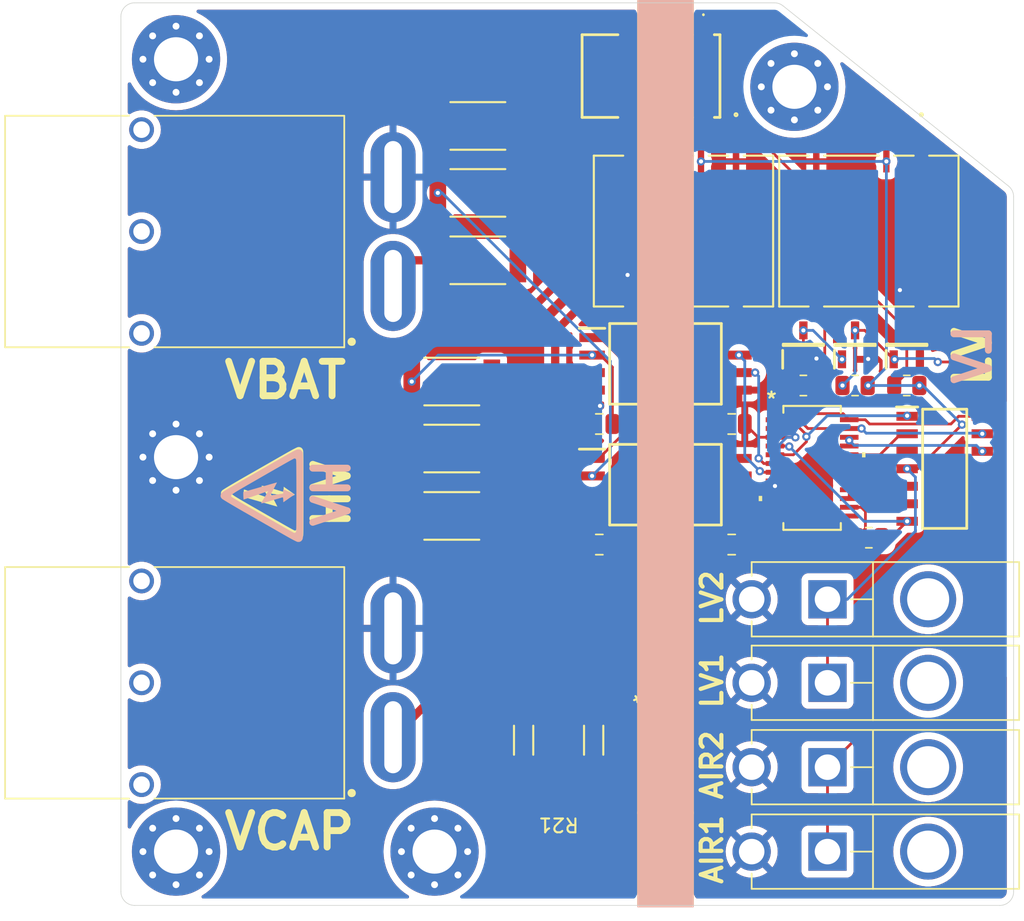
<source format=kicad_pcb>
(kicad_pcb (version 20240108) (generator "pcbnew") (generator_version "8.0")
  (layers (0 "F.Cu" signal) (31 "B.Cu" signal) (34 "B.Paste" user) (35 "F.Paste" user) (36 "B.SilkS" user "B.Silkscreen") (37 "F.SilkS" user "F.Silkscreen") (38 "B.Mask" user) (39 "F.Mask" user) (44 "Edge.Cuts" user))
  (net 0 "")
  (net 1 "VBAT")
  (net 2 "HVGND")
  (net 3 "+5V_HV")
  (net 4 "AIR-")
  (net 5 "+5V_LV")
  (net 6 "CHARGE_EN")
  (net 7 "+12V")
  (net 8 "VCAP")
  (net 9 "AIR+")
  (net 10 "Net-(Q1-G)")
  (net 11 "Net-(R1-Pad2)")
  (net 12 "Net-(R4-Pad2)")
  (net 13 "Net-(U3A--)")
  (net 14 "Net-(U3A-+)")
  (net 15 "Net-(Q1-D)")
  (net 16 "Net-(U3B--)")
  (net 17 "Net-(U3B-+)")
  (net 18 "Net-(R14-Pad2)")
  (net 19 "Net-(U3C--)")
  (net 20 "Net-(U3C-+)")
  (net 21 "Net-(K1-Pad6)")
  (net 22 "VCAP_0.5%")
  (net 23 "VBAT_0.5%")
  (net 24 "Net-(U1-OUT+)")
  (net 25 "Net-(U1-OUT-)")
  (net 26 "Net-(U2-OUT+)")
  (net 27 "Net-(U2-OUT-)")
  (net 28 "Net-(RN10K1-Pad2)")
  (footprint "MountingHole:MountingHole_3.2mm_M3_Pad_Via" (layer "F.Cu") (at 160.1 60.25)
    (property "Reference" "REF**" (hide yes))
    (property "Value" "MountingHole_3.2mm_M3_Pad_Via")
  )
  (footprint "customFootprints:IMB03IGR" (layer "F.Cu") (at 149.7 59.4692 180)
    (property "Reference" "K1" (hide yes))
    (property "Value" "IMB06IGR" (hide yes))
  )
  (footprint "MountingHole:MountingHole_3.2mm_M3_Pad_Via" (layer "F.Cu") (at 134 115.75)
    (property "Reference" "REF**" (hide yes))
    (property "Value" "MountingHole_3.2mm_M3_Pad_Via")
  )
  (footprint "Capacitor_SMD:C_0805_2012Metric" (layer "F.Cu") (at 155.55 93.4692 180)
    (property "Reference" "C3" (hide yes))
    (property "Value" "100nF")
  )
  (footprint "customFootprints:PWR263S-35-1002F_BRN" (layer "F.Cu") (at 143 113.8008 180)
    (property "Reference" "R21")
    (property "Value" "15K")
  )
  (footprint "customFootprints:SOT95P237X112-3N" (layer "F.Cu") (at 168.25 78.97545 90)
    (property "Reference" "Q3" (hide yes))
    (property "Value" "SQ2362" (hide yes))
  )
  (footprint "customFootprints:SMD5_12.75X10.7X6.7_SINGLE_RCP" (layer "F.Cu") (at 152.0546 70.7192 -90)
    (property "Reference" "PS1" (hide yes))
    (property "Value" "PESE1-S12-S5-M-TR")
  )
  (footprint "customFootprints:RC2512N_VIS" (layer "F.Cu") (at 137.14 63.088806 180)
    (property "Reference" "R5" (hide yes))
    (property "Value" "11K")
  )
  (footprint "customFootprints:SOT95P237X112-3N" (layer "F.Cu") (at 164.5 78.97545 90)
    (property "Reference" "Q2" (hide yes))
    (property "Value" "SQ2362" (hide yes))
  )
  (footprint "customFootprints:RC2512N_VIS" (layer "F.Cu") (at 135.25 81.639606 180)
    (property "Reference" "R2" (hide yes))
    (property "Value" "11K")
  )
  (footprint "customFootprints:SOIC127P1150X361-8N" (layer "F.Cu") (at 150.75 89.1232)
    (property "Reference" "U2" (hide yes))
    (property "Value" "ACPL-C87A-500E" (hide yes))
  )
  (footprint "customFootprints:SOT95P237X112-3N" (layer "F.Cu") (at 160.75 78.97545 90)
    (property "Reference" "Q1" (hide yes))
    (property "Value" "AM2328NE" (hide yes))
  )
  (footprint "customFootprints:SOIC127P600X175-14N" (layer "F.Cu") (at 171 87.9692)
    (property "Reference" "U3" (hide yes))
    (property "Value" "MC34074ADR2G" (hide yes))
  )
  (footprint "Resistor_SMD:R_0805_2012Metric" (layer "F.Cu") (at 165.5 92.9692)
    (property "Reference" "R14" (hide yes))
    (property "Value" "9K7")
  )
  (footprint "MountingHole:MountingHole_3.2mm_M3_Pad_Via" (layer "F.Cu") (at 115.25 115.75)
    (property "Reference" "REF**" (hide yes))
    (property "Value" "MountingHole_3.2mm_M3_Pad_Via")
  )
  (footprint "Resistor_SMD:R_0805_2012Metric" (layer "F.Cu") (at 160.75 81.92545)
    (property "Reference" "R19" (hide yes))
    (property "Value" "1K")
  )
  (footprint "Capacitor_SMD:C_0805_2012Metric" (layer "F.Cu") (at 145.95 84.7192 180)
    (property "Reference" "C5" (hide yes))
    (property "Value" "100nF")
  )
  (footprint "molexMiniFitJr:MFJ_2X1" (layer "F.Cu") (at 162.5 115.75 90)
    (property "Reference" "J1" (hide yes))
    (property "Value" "AIR_CONN")
  )
  (footprint "customFootprints:SMD5_12.75X10.7X6.7_SINGLE_RCP" (layer "F.Cu") (at 165.5 70.7192 -90)
    (property "Reference" "PS2" (hide yes))
    (property "Value" "PESE1-S12-S5-M-TR")
  )
  (footprint "MountingHole:MountingHole_3.2mm_M3_Pad_Via" (layer "F.Cu") (at 115.25 87.125)
    (property "Reference" "REF**" (hide yes))
    (property "Value" "MountingHole_3.2mm_M3_Pad_Via")
  )
  (footprint "customFootprints:RC2512N_VIS" (layer "F.Cu") (at 137.14 72.838806)
    (property "Reference" "R4" (hide yes))
    (property "Value" "187K")
  )
  (footprint "molexMiniFitJr:MFJ_2X1" (layer "F.Cu") (at 162.5 97.438 90)
    (property "Reference" "J4" (hide yes))
    (property "Value" "LV_CONN")
  )
  (footprint "customFootprints:RC2512N_VIS" (layer "F.Cu") (at 135.25 86.5)
    (property "Reference" "R3" (hide yes))
    (property "Value" "1K")
  )
  (footprint "MountingHole:MountingHole_3.2mm_M3_Pad_Via" (layer "F.Cu") (at 115.25 58.25)
    (property "Reference" "REF**" (hide yes))
    (property "Value" "MountingHole_3.2mm_M3_Pad_Via")
  )
  (footprint "Resistor_SMD:R_0805_2012Metric" (layer "F.Cu") (at 168.25 81.92545)
    (property "Reference" "R22" (hide yes))
    (property "Value" "1K")
  )
  (footprint "customFootprints:APP_ASMPR45-1X2-RK" (layer "F.Cu") (at 112.75 103.5 90)
    (property "Reference" "J6" (hide yes))
    (property "Value" "CAP_CONN")
  )
  (footprint "molexMiniFitJr:MFJ_2X1" (layer "F.Cu") (at 162.5 109.623 90)
    (property "Reference" "J2" (hide yes))
    (property "Value" "TSAL_CONN_AIR")
  )
  (footprint "Capacitor_SMD:C_0805_2012Metric" (layer "F.Cu") (at 155.55 84.7192 180)
    (property "Reference" "C4" (hide yes))
    (property "Value" "100nF")
  )
  (footprint "customFootprints:RC2512N_VIS" (layer "F.Cu") (at 135.25 91.389606)
    (property "Reference" "R1" (hide yes))
    (property "Value" "187K")
  )
  (footprint "customFootprints:electric-shock-symbol" (layer "F.Cu") (at 121.5 89.75 90)
    (property "Reference" "G***" (hide yes))
    (property "Value" "LOGO" (hide yes))
  )
  (footprint "Resistor_SMD:R_0805_2012Metric" (layer "F.Cu") (at 164.5 81.92545)
    (property "Reference" "R20" (hide yes))
    (property "Value" "1K")
  )
  (footprint "Capacitor_SMD:C_0805_2012Metric" (layer "F.Cu") (at 145.95 93.4692 180)
    (property "Reference" "C6" (hide yes))
    (property "Value" "100nF")
  )
  (footprint "customFootprints:APP_ASMPR45-1X2-RK" (layer "F.Cu") (at 112.75 70.75 90)
    (property "Reference" "J5" (hide yes))
    (property "Value" "HV_CONN")
  )
  (footprint "molexMiniFitJr:MFJ_2X1" (layer "F.Cu") (at 162.5 103.5 90)
    (property "Reference" "J3" (hide yes))
    (property "Value" "TSAL_CONN_LV")
  )
  (footprint "customFootprints:SOIC127P1150X361-8N" (layer "F.Cu") (at 150.75 80.3542)
    (property "Reference" "U1" (hide yes))
    (property "Value" "ACPL-C87A-500E" (hide yes))
  )
  (footprint "customFootprints:GULLWING24_VIS" (layer "F.Cu") (at 161.3826 87.9042)
    (property "Reference" "RN10K1" (hide yes))
    (property "Value" "10K")
  )
  (footprint "customFootprints:RC2512N_VIS" (layer "F.Cu") (at 137.14 67.9492)
    (property "Reference" "R6" (hide yes))
    (property "Value" "1K")
  )
  (footprint "customFootprints:electric-shock-symbol" (layer "B.Cu") (at 121.473216 89.920919 -90)
    (property "Reference" "G***" (hide yes))
    (property "Value" "LOGO" (hide yes))
  )
  (gr_poly (pts (xy 148.75 54) (xy 152.75 54) (xy 152.75 119.75) (xy 148.75 119.75)) (stroke (width 0.1)) (fill solid) (layer "B.SilkS"))
  (gr_poly (pts (xy 148.75 54) (xy 152.75 54) (xy 152.75 113) (xy 148.75 113)) (stroke (width 0.1)) (fill solid) (layer "F.SilkS"))
  (gr_poly (pts (xy 148.75 112.875) (xy 149.5 112.875) (xy 149.5 118.875) (xy 152 118.875) (xy 152 112.875) (xy 152.75 112.875) (xy 152.75 119.625) (xy 148.75 119.625)) (stroke (width 0.1)) (fill solid) (layer "F.SilkS"))
  (gr_arc (start 176 118.6542) (mid 175.707107 119.361307) (end 175 119.6542) (stroke (width 0.05)) (layer "Edge.Cuts"))
  (gr_line (start 111.25 55.1542) (end 111.25 118.6542) (stroke (width 0.05)) (layer "Edge.Cuts"))
  (gr_arc (start 112.25 119.6542) (mid 111.542893 119.361307) (end 111.25 118.6542) (stroke (width 0.05)) (layer "Edge.Cuts"))
  (gr_line (start 112.25 119.6542) (end 175 119.6542) (stroke (width 0.05)) (layer "Edge.Cuts"))
  (gr_line (start 158.649304 54.1542) (end 112.25 54.1542) (stroke (width 0.05)) (layer "Edge.Cuts"))
  (gr_arc (start 158.649304 54.1542) (mid 158.980239 54.210548) (end 159.273881 54.373237) (stroke (width 0.05)) (layer "Edge.Cuts"))
  (gr_arc (start 175.624578 67.449755) (mid 175.901265 67.797463) (end 176 68.230718) (stroke (width 0.05)) (layer "Edge.Cuts"))
  (gr_arc (start 111.25 55.1542) (mid 111.542893 54.447093) (end 112.25 54.1542) (stroke (width 0.05)) (layer "Edge.Cuts"))
  (gr_line (start 175.624578 67.449755) (end 159.273881 54.373237) (stroke (width 0.05)) (layer "Edge.Cuts"))
  (gr_line (start 176 118.6542) (end 176 68.230718) (stroke (width 0.05)) (layer "Edge.Cuts"))
  (gr_text "LV" (at 174.5 77.25 90) (layer "B.SilkS") (effects (font (size 2.5 2.5) (thickness 0.5) (bold yes)) (justify left bottom mirror)))
  (gr_text "HV" (at 128 87 90) (layer "B.SilkS") (effects (font (size 2.5 2.5) (thickness 0.5) (bold yes)) (justify left bottom mirror)))
  (gr_text "AIR1" (at 155 118.25 90) (layer "F.SilkS") (effects (font (size 1.5 1.5) (thickness 0.3) (bold yes)) (justify left bottom)))
  (gr_text "LV1" (at 155 105.5 90) (layer "F.SilkS") (effects (font (size 1.5 1.5) (thickness 0.3) (bold yes)) (justify left bottom)))
  (gr_text "LV" (at 174.5 82.25 90) (layer "F.SilkS") (effects (font (size 2.5 2.5) (thickness 0.5) (bold yes)) (justify left bottom)))
  (gr_text "LV2" (at 155 99.5 90) (layer "F.SilkS") (effects (font (size 1.5 1.5) (thickness 0.3) (bold yes)) (justify left bottom)))
  (gr_text "HV" (at 128 92.5 90) (layer "F.SilkS") (effects (font (size 2.5 2.5) (thickness 0.5) (bold yes)) (justify left bottom)))
  (gr_text "VCAP" (at 118.5 115.75 0) (layer "F.SilkS") (effects (font (size 2.5 2.5) (thickness 0.5) (bold yes)) (justify left bottom)))
  (gr_text "Conformal\nCoating" (at 151.75 115.95 90) (layer "F.SilkS" knockout) (effects (font (size 0.75 0.75) (thickness 0.15) (bold yes)) (justify bottom)))
  (gr_text "AIR2" (at 155 112.123 90) (layer "F.SilkS") (effects (font (size 1.5 1.5) (thickness 0.3) (bold yes)) (justify left bottom)))
  (gr_text "VBAT" (at 118.5 83 0) (layer "F.SilkS") (effects (font (size 2.5 2.5) (thickness 0.5) (bold yes)) (justify left bottom)))
  (segment (start 136.232738 76.1542) (end 141.25 76.1542) (width 0.6) (layer "F.Cu") (net 1))
  (segment (start 134.237207 72.838806) (end 134.237207 74.158669) (width 0.6) (layer "F.Cu") (net 1))
  (segment (start 141.25 76.1542) (end 144 73.4042) (width 0.6) (layer "F.Cu") (net 1))
  (segment (start 131.030394 72.838806) (end 130.92 72.9492) (width 0.2) (layer "F.Cu") (net 1))
  (segment (start 144 73.4042) (end 144 60.5692) (width 0.6) (layer "F.Cu") (net 1))
  (segment (start 144 60.5692) (end 148.1 56.4692) (width 0.6) (layer "F.Cu") (net 1))
  (segment (start 134.237207 72.838806) (end 131.030394 72.838806) (width 0.6) (layer "F.Cu") (net 1))
  (segment (start 134.237207 74.158669) (end 136.232738 76.1542) (width 0.6) (layer "F.Cu") (net 1))
  (via (at 146 83.4042) (size 0.6) (drill 0.3) (layers "F.Cu" "B.Cu") (net 2))
  (via (at 148 73.9042) (size 0.6) (drill 0.3) (layers "F.Cu" "B.Cu") (net 2))
  (segment (start 146.005 78.4492) (end 145.425 78.4492) (width 0.2) (layer "F.Cu") (net 3))
  (segment (start 147.75 80.1942) (end 147.75 85.378944) (width 0.2) (layer "F.Cu") (net 3))
  (segment (start 145.910744 87.2182) (end 145.425 87.2182) (width 0.2) (layer "F.Cu") (net 3))
  (segment (start 145.5692 78.4492) (end 145.425 78.4492) (width 0.2) (layer "F.Cu") (net 3))
  (segment (start 148.2446 75.7738) (end 145.5692 78.4492) (width 0.2) (layer "F.Cu") (net 3))
  (segment (start 147.75 80.1942) (end 146.005 78.4492) (width 0.2) (layer "F.Cu") (net 3))
  (segment (start 147.75 85.378944) (end 145.910744 87.2182) (width 0.2) (layer "F.Cu") (net 3))
  (segment (start 158.6902 85.6817) (end 160.165095 85.6817) (width 0.2) (layer "F.Cu") (net 4))
  (segment (start 165.45 80.02545) (end 165.45 80.002043) (width 0.2) (layer "F.Cu") (net 4))
  (segment (start 158.6902 85.6817) (end 157.4625 85.6817) (width 0.2) (layer "F.Cu") (net 4))
  (segment (start 165.45 80.002043) (end 165.526593 79.92545) (width 0.2) (layer "F.Cu") (net 4))
  (segment (start 158.6902 89.2192) (end 158.6902 89.4917) (width 0.2) (layer "F.Cu") (net 4))
  (segment (start 161.7 80.02545) (end 161.7 79.9692) (width 0.2) (layer "F.Cu") (net 4))
  (segment (start 157.4625 85.6817) (end 156.5 84.7192) (width 0.2) (layer "F.Cu") (net 4))
  (segment (start 160.165095 85.6817) (end 160.170849 85.687454) (width 0.2) (layer "F.Cu") (net 4))
  (segment (start 158.6902 88.8567) (end 158.6902 89.2192) (width 0.2) (layer "F.Cu") (net 4))
  (via (at 161.7 79.9692) (size 0.6) (drill 0.3) (layers "F.Cu" "B.Cu") (net 4))
  (via (at 167.75 75) (size 0.6) (drill 0.3) (layers "F.Cu" "B.Cu") (net 4))
  (via (at 158.6902 89.2192) (size 0.6) (drill 0.3) (layers "F.Cu" "B.Cu") (net 4))
  (via (at 165.45 80.002043) (size 0.6) (drill 0.3) (layers "F.Cu" "B.Cu") (net 4))
  (via (at 160.170849 85.687454) (size 0.6) (drill 0.3) (layers "F.Cu" "B.Cu") (net 4))
  (segment (start 159 88.9094) (end 158.6902 89.2192) (width 0.2) (layer "B.Cu") (net 4))
  (segment (start 159.540717 85.687454) (end 159 86.228171) (width 0.2) (layer "B.Cu") (net 4))
  (segment (start 160.170849 85.687454) (end 159.540717 85.687454) (width 0.2) (layer "B.Cu") (net 4))
  (segment (start 159 86.228171) (end 159 88.9094) (width 0.2) (layer "B.Cu") (net 4))
  (segment (start 155.475 78.4492) (end 156.075 78.4492) (width 0.2) (layer "F.Cu") (net 5))
  (segment (start 156.075 78.4492) (end 156.48 78.4492) (width 0.2) (layer "F.Cu") (net 5))
  (segment (start 154.55 88.1432) (end 154.55 93.4692) (width 0.2) (layer "F.Cu") (net 5))
  (segment (start 162.3 76.3838) (end 161.69 75.7738) (width 0.2) (layer "F.Cu") (net 5))
  (segment (start 162.3 81.28795) (end 162.3 76.3838) (width 0.2) (layer "F.Cu") (net 5))
  (segment (start 156.075 87.2182) (end 155.249 87.2182) (width 0.2) (layer "F.Cu") (net 5))
  (segment (start 154.55 86.5192) (end 154.55 84.7192) (width 0.2) (layer "F.Cu") (net 5))
  (segment (start 156.48 78.4492) (end 159.1554 75.7738) (width 0.2) (layer "F.Cu") (net 5))
  (segment (start 154.55 84.7192) (end 154.55 79.3742) (width 0.2) (layer "F.Cu") (net 5))
  (segment (start 159.1554 75.7738) (end 161.69 75.7738) (width 0.2) (layer "F.Cu") (net 5))
  (segment (start 155.475 87.2182) (end 154.55 88.1432) (width 0.2) (layer "F.Cu") (net 5))
  (segment (start 161.6625 81.92545) (end 162.3 81.28795) (width 0.2) (layer "F.Cu") (net 5))
  (segment (start 156.075 87.2182) (end 155.475 87.2182) (width 0.2) (layer "F.Cu") (net 5))
  (segment (start 155.249 87.2182) (end 154.55 86.5192) (width 0.2) (layer "F.Cu") (net 5))
  (segment (start 154.55 79.3742) (end 155.475 78.4492) (width 0.2) (layer "F.Cu") (net 5))
  (segment (start 161.1614 67.6614) (end 153.5 60) (width 0.2) (layer "F.Cu") (net 6))
  (segment (start 161.1614 70.83685) (end 161.1614 67.6614) (width 0.2) (layer "F.Cu") (net 6))
  (segment (start 168.25 81.01295) (end 168.25 77.92545) (width 0.2) (layer "F.Cu") (net 6))
  (segment (start 168.25 77.92545) (end 161.1614 70.83685) (width 0.2) (layer "F.Cu") (net 6))
  (segment (start 153.5 60) (end 153.5 56.4692) (width 0.2) (layer "F.Cu") (net 6))
  (segment (start 167.3375 81.92545) (end 168.25 81.01295) (width 0.2) (layer "F.Cu") (net 6))
  (segment (start 172.254265 84.763465) (end 169.04853 87.9692) (width 0.2) (layer "F.Cu") (net 7))
  (segment (start 169.04853 87.9692) (end 168.275 87.9692) (width 0.2) (layer "F.Cu") (net 7))
  (segment (start 165.4125 81.92545) (end 165.45 81.92545) (width 0.2) (layer "F.Cu") (net 7))
  (segment (start 162.5 97.438) (end 162.5 103.5) (width 0.2) (layer "F.Cu") (net 7))
  (via (at 165.45 81.92545) (size 0.6) (drill 0.3) (layers "F.Cu" "B.Cu") (net 7))
  (via (at 166.77 65.6646) (size 0.6) (drill 0.3) (layers "F.Cu" "B.Cu") (net 7))
  (via (at 168.275 87.9692) (size 0.6) (drill 0.3) (layers "F.Cu" "B.Cu") (net 7))
  (via (at 153.3246 65.6646) (size 0.6) (drill 0.3) (layers "F.Cu" "B.Cu") (net 7))
  (via (at 172.254265 84.763465) (size 0.6) (drill 0.3) (layers "F.Cu" "B.Cu") (net 7))
  (via (at 169.1625 81.92545) (size 0.6) (drill 0.3) (layers "F.Cu" "B.Cu") (net 7))
  (segment (start 169.1625 81.92545) (end 169.41625 81.92545) (width 0.2) (layer "B.Cu") (net 7))
  (segment (start 166.75 65.6446) (end 166.77 65.6646) (width 0.2) (layer "B.Cu") (net 7))
  (segment (start 168.875 92.5) (end 168.875 92.5292) (width 0.2) (layer "B.Cu") (net 7))
  (segment (start 168.875 92.4042) (end 168.875 88.5692) (width 0.2) (layer "B.Cu") (net 7))
  (segment (start 169.41625 81.92545) (end 172.254265 84.763465) (width 0.2) (layer "B.Cu") (net 7))
  (segment (start 168.875 92.4042) (end 168.875 92.5) (width 0.2) (layer "B.Cu") (net 7))
  (segment (start 166.77 80.60545) (end 166.77 65.6646) (width 0.2) (layer "B.Cu") (net 7))
  (segment (start 163.062 98.3422) (end 162.45 98.3422) (width 0.2) (layer "B.Cu") (net 7))
  (segment (start 168.875 88.5692) (end 168.275 87.9692) (width 0.2) (layer "B.Cu") (net 7))
  (segment (start 166.77 65.6646) (end 153.3246 65.6646) (width 0.2) (layer "B.Cu") (net 7))
  (segment (start 168.875 92.5) (end 163.937 97.438) (width 0.2) (layer "B.Cu") (net 7))
  (segment (start 163.937 97.438) (end 162.5 97.438) (width 0.2) (layer "B.Cu") (net 7))
  (segment (start 165.45 81.92545) (end 166.77 80.60545) (width 0.2) (layer "B.Cu") (net 7))
  (segment (start 165.45 81.92545) (end 169.1625 81.92545) (width 0.2) (layer "B.Cu") (net 7))
  (segment (start 131.055 107.4042) (end 131.005 107.3542) (width 0.6) (layer "F.Cu") (net 8))
  (segment (start 134.25 94.75) (end 134.25 104.19) (width 0.6) (layer "F.Cu") (net 8))
  (segment (start 140.46 104.354401) (end 134.085599 104.354401) (width 0.6) (layer "F.Cu") (net 8))
  (segment (start 132.347207 92.847207) (end 134.25 94.75) (width 0.6) (layer "F.Cu") (net 8))
  (segment (start 134.085599 104.354401) (end 130.99 107.45) (width 0.6) (layer "F.Cu") (net 8))
  (segment (start 132.347207 91.389606) (end 132.347207 92.847207) (width 0.6) (layer "F.Cu") (net 8))
  (segment (start 134.25 104.19) (end 134.085599 104.354401) (width 0.6) (layer "F.Cu") (net 8))
  (segment (start 170.703561 106.75) (end 165.373 106.75) (width 0.2) (layer "F.Cu") (net 9))
  (segment (start 170.5 80.2192) (end 171.5 80.2192) (width 0.2) (layer "F.Cu") (net 9))
  (segment (start 164.5 77.92545) (end 165.2 77.92545) (width 0.2) (layer "F.Cu") (net 9))
  (segment (start 163.55 81.88795) (end 163.5875 81.92545) (width 0.2) (layer "F.Cu") (net 9))
  (segment (start 165.2 77.92545) (end 167.3 80.02545) (width 0.2) (layer "F.Cu") (net 9))
  (segment (start 162.5 109.623) (end 162.5 115.75) (width 0.2) (layer "F.Cu") (net 9))
  (segment (start 175.25 102.203561) (end 170.703561 106.75) (width 0.2) (layer "F.Cu") (net 9))
  (segment (start 171.5 80.2192) (end 175.25 83.9692) (width 0.2) (layer "F.Cu") (net 9))
  (segment (start 165.373 106.75) (end 162.5 109.623) (width 0.2) (layer "F.Cu") (net 9))
  (segment (start 175.25 83.9692) (end 175.25 102.203561) (width 0.2) (layer "F.Cu") (net 9))
  (via (at 167.37 80.02545) (size 0.6) (drill 0.3) (layers "F.Cu" "B.Cu") (net 9))
  (via (at 163.5875 81.92545) (size 0.6) (drill 0.3) (layers "F.Cu" "B.Cu") (net 9))
  (via (at 164.5 77.92545) (size 0.6) (drill 0.3) (layers "F.Cu" "B.Cu") (net 9))
  (via (at 170.5 80.2192) (size 0.6) (drill 0.3) (layers "F.Cu" "B.Cu") (net 9))
  (segment (start 170.5 80.2192) (end 170.25 79.9692) (width 0.2) (layer "B.Cu") (net 9))
  (segment (start 167.42625 79.9692) (end 167.37 80.02545) (width 0.2) (layer "B.Cu") (net 9))
  (segment (start 164.5 81.01295) (end 163.5875 81.92545) (width 0.2) (layer "B.Cu") (net 9))
  (segment (start 164.5 81.01295) (end 164.5 77.92545) (width 0.2) (layer "B.Cu") (net 9))
  (segment (start 170.25 79.9692) (end 167.42625 79.9692) (width 0.2) (layer "B.Cu") (net 9))
  (segment (start 164.075 84.4117) (end 165.2425 84.4117) (width 0.2) (layer "F.Cu") (net 10))
  (segment (start 165.55 84.7192) (end 171.45 84.7192) (width 0.2) (layer "F.Cu") (net 10))
  (segment (start 160.384006 83.9692) (end 163.6325 83.9692) (width 0.2) (layer "F.Cu") (net 10))
  (segment (start 159.025 80.80045) (end 159.025 82.610194) (width 0.2) (layer "F.Cu") (net 10))
  (segment (start 163.6325 83.9692) (end 164.075 84.4117) (width 0.2) (layer "F.Cu") (net 10))
  (segment (start 165.2425 84.4117) (end 165.55 84.7192) (width 0.2) (layer "F.Cu") (net 10))
  (segment (start 171.45 84.7192) (end 172.01 84.1592) (width 0.2) (layer "F.Cu") (net 10))
  (segment (start 159.8 80.02545) (end 159.025 80.80045) (width 0.2) (layer "F.Cu") (net 10))
  (segment (start 159.025 82.610194) (end 160.384006 83.9692) (width 0.2) (layer "F.Cu") (net 10))
  (segment (start 172.01 84.1592) (end 173.725 84.1592) (width 0.2) (layer "F.Cu") (net 10))
  (segment (start 138.152793 81.639606) (end 139.86 83.346813) (width 0.6) (layer "F.Cu") (net 11))
  (segment (start 139.86 89.682399) (end 138.152793 91.389606) (width 0.6) (layer "F.Cu") (net 11))
  (segment (start 139.86 83.346813) (end 139.86 89.682399) (width 0.6) (layer "F.Cu") (net 11))
  (segment (start 141.75 64.796013) (end 140.042793 63.088806) (width 0.6) (layer "F.Cu") (net 12))
  (segment (start 141.75 71.131599) (end 141.75 64.796013) (width 0.6) (layer "F.Cu") (net 12))
  (segment (start 140.042793 72.838806) (end 141.75 71.131599) (width 0.6) (layer "F.Cu") (net 12))
  (segment (start 164.075 87.5867) (end 164.075 86.9517) (width 0.2) (layer "F.Cu") (net 13))
  (segment (start 164.075 86.9517) (end 166.3025 86.9517) (width 0.2) (layer "F.Cu") (net 13))
  (segment (start 166.3025 86.9517) (end 167.825 85.4292) (width 0.2) (layer "F.Cu") (net 13))
  (segment (start 167.825 85.4292) (end 168.275 85.4292) (width 0.2) (layer "F.Cu") (net 13))
  (segment (start 166.3225 88.2217) (end 167.845 86.6992) (width 0.2) (layer "F.Cu") (net 14))
  (segment (start 164.075 88.2217) (end 164.075 88.8567) (width 0.2) (layer "F.Cu") (net 14))
  (segment (start 167.845 86.6992) (end 168.275 86.6992) (width 0.2) (layer "F.Cu") (net 14))
  (segment (start 164.075 88.2217) (end 166.3225 88.2217) (width 0.2) (layer "F.Cu") (net 14))
  (segment (start 160.75 81.01295) (end 160.75 77.92545) (width 0.2) (layer "F.Cu") (net 15))
  (segment (start 159.8375 81.92545) (end 160.75 81.01295) (width 0.2) (layer "F.Cu") (net 15))
  (via (at 160.75 77.92545) (size 0.6) (drill 0.3) (layers "F.Cu" "B.Cu") (net 15))
  (via (at 163.55 80.02545) (size 0.6) (drill 0.3) (layers "F.Cu" "B.Cu") (net 15))
  (segment (start 160.75 77.92545) (end 161.45 77.92545) (width 0.2) (layer "B.Cu") (net 15))
  (segment (start 161.45 77.92545) (end 163.55 80.02545) (width 0.2) (layer "B.Cu") (net 15))
  (segment (start 165.25 91.0636) (end 164.9481 90.7617) (width 0.2) (layer "F.Cu") (net 16))
  (segment (start 164.9481 90.7617) (end 164.075 90.7617) (width 0.2) (layer "F.Cu") (net 16))
  (segment (start 168.0225 90.7617) (end 168.275 90.5092) (width 0.2) (layer "F.Cu") (net 16))
  (segment (start 165.25 92.3067) (end 165.25 91.0636) (width 0.2) (layer "F.Cu") (net 16))
  (segment (start 164.075 90.7617) (end 168.0225 90.7617) (width 0.2) (layer "F.Cu") (net 16))
  (segment (start 164.5875 92.9692) (end 165.25 92.3067) (width 0.2) (layer "F.Cu") (net 16))
  (segment (start 164.075 89.4917) (end 168.0225 89.4917) (width 0.2) (layer "F.Cu") (net 17))
  (segment (start 164.075 90.1267) (end 164.075 89.4917) (width 0.2) (layer "F.Cu") (net 17))
  (segment (start 168.0225 89.4917) (end 168.275 89.2392) (width 0.2) (layer "F.Cu") (net 17))
  (segment (start 167.085 92.9692) (end 168.275 91.7792) (width 0.2) (layer "F.Cu") (net 18))
  (segment (start 159.725 86.3517) (end 159.69 86.3167) (width 0.2) (layer "F.Cu") (net 18))
  (segment (start 166.4125 92.9692) (end 167.085 92.9692) (width 0.2) (layer "F.Cu") (net 18))
  (segment (start 159.69 86.3167) (end 158.6902 86.3167) (width 0.2) (layer "F.Cu") (net 18))
  (via (at 168.275 91.7792) (size 0.6) (drill 0.3) (layers "F.Cu" "B.Cu") (net 18))
  (via (at 159.725 86.3517) (size 0.6) (drill 0.3) (layers "F.Cu" "B.Cu") (net 18))
  (segment (start 165.1525 91.7792) (end 168.275 91.7792) (width 0.2) (layer "B.Cu") (net 18))
  (segment (start 159.725 86.3517) (end 165.1525 91.7792) (width 0.2) (layer "B.Cu") (net 18))
  (segment (start 160.4425 84.4117) (end 161.0775 85.0467) (width 0.2) (layer "F.Cu") (net 19))
  (segment (start 164.9675 85.0467) (end 164.075 85.0467) (width 0.2) (layer "F.Cu") (net 19))
  (segment (start 158.6902 84.4117) (end 160.4425 84.4117) (width 0.2) (layer "F.Cu") (net 19))
  (segment (start 161.0775 85.0467) (end 164.075 85.0467) (width 0.2) (layer "F.Cu") (net 19))
  (via (at 164.9675 85.0467) (size 0.6) (drill 0.3) (layers "F.Cu" "B.Cu") (net 19))
  (via (at 173.725 85.4292) (size 0.6) (drill 0.3) (layers "F.Cu" "B.Cu") (net 19))
  (segment (start 165.305735 85.384935) (end 164.9675 85.0467) (width 0.2) (layer "B.Cu") (net 19))
  (segment (start 173.725 85.4292) (end 173.680735 85.384935) (width 0.2) (layer "B.Cu") (net 19))
  (segment (start 173.680735 85.384935) (end 165.305735 85.384935) (width 0.2) (layer "B.Cu") (net 19))
  (segment (start 164.075 85.6817) (end 164.075 85.9042) (width 0.2) (layer "F.Cu") (net 20))
  (via (at 164.075 85.9042) (size 0.6) (drill 0.3) (layers "F.Cu" "B.Cu") (net 20))
  (via (at 173.725 86.6992) (size 0.6) (drill 0.3) (layers "F.Cu" "B.Cu") (net 20))
  (segment (start 164.444698 86.273898) (end 173.299698 86.273898) (width 0.2) (layer "B.Cu") (net 20))
  (segment (start 173.299698 86.273898) (end 173.725 86.6992) (width 0.2) (layer "B.Cu") (net 20))
  (segment (start 164.075 85.9042) (end 164.444698 86.273898) (width 0.2) (layer "B.Cu") (net 20))
  (segment (start 146 64.5692) (end 146 74.75) (width 0.6) (layer "F.Cu") (net 21))
  (segment (start 142.75 78) (end 142.75 101.564401) (width 0.6) (layer "F.Cu") (net 21))
  (segment (start 142.75 101.564401) (end 145.54 104.354401) (width 0.6) (layer "F.Cu") (net 21))
  (segment (start 146 74.75) (end 142.75 78) (width 0.6) (layer "F.Cu") (net 21))
  (segment (start 148.1 62.4692) (end 146 64.5692) (width 0.6) (layer "F.Cu") (net 21))
  (segment (start 132.347207 81.639606) (end 132.347207 84) (width 0.6) (layer "F.Cu") (net 22))
  (segment (start 146.025 79.7192) (end 146.9 80.5942) (width 0.2) (layer "F.Cu") (net 22))
  (segment (start 132.347207 84) (end 132.347207 86.5) (width 0.6) (layer "F.Cu") (net 22))
  (segment (start 145.425 79.7192) (end 146.025 79.7192) (width 0.2) (layer "F.Cu") (net 22))
  (segment (start 146.9 80.5942) (end 146.9 84.7192) (width 0.2) (layer "F.Cu") (net 22))
  (segment (start 132.349472 83.997735) (end 132.347207 84) (width 0.2) (layer "F.Cu") (net 22))
  (via (at 145.425 79.7192) (size 0.6) (drill 0.3) (layers "F.Cu" "B.Cu") (net 22))
  (via (at 132.347207 81.639606) (size 0.6) (drill 0.3) (layers "F.Cu" "B.Cu") (net 22))
  (segment (start 145.425 79.7192) (end 134.267613 79.7192) (width 0.2) (layer "B.Cu") (net 22))
  (segment (start 134.267613 79.7192) (end 132.347207 81.639606) (width 0.2) (layer "B.Cu") (net 22))
  (segment (start 146.025 88.4882) (end 146.9 89.3632) (width 0.2) (layer "F.Cu") (net 23))
  (segment (start 146.9 89.3632) (end 146.9 93.4692) (width 0.2) (layer "F.Cu") (net 23))
  (segment (start 145.425 88.4882) (end 146.025 88.4882) (width 0.2) (layer "F.Cu") (net 23))
  (segment (start 134.237207 63.088806) (end 134.237207 67.9492) (width 0.6) (layer "F.Cu") (net 23))
  (segment (start 144.825 88.4882) (end 145.425 88.4882) (width 0.2) (layer "F.Cu") (net 23))
  (via (at 134.237207 67.9492) (size 0.6) (drill 0.3) (layers "F.Cu" "B.Cu") (net 23))
  (via (at 145.425 88.4882) (size 0.6) (drill 0.3) (layers "F.Cu" "B.Cu") (net 23))
  (segment (start 134.237207 67.9492) (end 134.545 67.9492) (width 0.2) (layer "B.Cu") (net 23))
  (segment (start 134.545 67.9492) (end 146.75 80.1542) (width 0.2) (layer "B.Cu") (net 23))
  (segment (start 146.75 80.1542) (end 146.75 87.1632) (width 0.2) (layer "B.Cu") (net 23))
  (segment (start 146.75 87.1632) (end 145.425 88.4882) (width 0.2) (layer "B.Cu") (net 23))
  (segment (start 155.495 79.5642) (end 156.075 79.5642) (width 0.2) (layer "F.Cu") (net 24))
  (segment (start 158.6902 88.2217) (end 157.67115 88.2217) (width 0.2) (layer "F.Cu") (net 24))
  (segment (start 157.67115 88.2217) (end 157.592545 88.143095) (width 0.2) (layer "F.Cu") (net 24))
  (via (at 156.075 79.7192) (size 0.6) (drill 0.3) (layers "F.Cu" "B.Cu") (net 24))
  (via (at 157.592545 88.143095) (size 0.6) (drill 0.3) (layers "F.Cu" "B.Cu") (net 24))
  (segment (start 156.5 80.1442) (end 156.075 79.7192) (width 0.2) (layer "B.Cu") (net 24))
  (segment (start 157.592545 88.143095) (end 156.5 87.05055) (width 0.2) (layer "B.Cu") (net 24))
  (segment (start 156.5 87.05055) (end 156.5 80.1442) (width 0.2) (layer "B.Cu") (net 24))
  (segment (start 157.25 80.9892) (end 156.075 80.9892) (width 0.2) (layer "F.Cu") (net 25))
  (segment (start 157.50859 87.21061) (end 157.88468 87.5867) (width 0.2) (layer "F.Cu") (net 25))
  (segment (start 157.88468 87.5867) (end 158.6902 87.5867) (width 0.2) (layer "F.Cu") (net 25))
  (via (at 157.50859 87.21061) (size 0.6) (drill 0.3) (layers "F.Cu" "B.Cu") (net 25))
  (via (at 157.25 80.9892) (size 0.6) (drill 0.3) (layers "F.Cu" "B.Cu") (net 25))
  (segment (start 157.25 80.9892) (end 157.50859 81.24779) (width 0.2) (layer "B.Cu") (net 25))
  (segment (start 157.50859 81.24779) (end 157.50859 87.21061) (width 0.2) (layer "B.Cu") (net 25))
  (segment (start 157.5 89.3332) (end 157.5 89.7195) (width 0.2) (layer "F.Cu") (net 26))
  (segment (start 156.075 88.4882) (end 156.655 88.4882) (width 0.2) (layer "F.Cu") (net 26))
  (segment (start 156.655 88.4882) (end 157.5 89.3332) (width 0.2) (layer "F.Cu") (net 26))
  (segment (start 157.9072 90.1267) (end 158.6902 90.1267) (width 0.2) (layer "F.Cu") (net 26))
  (segment (start 157.5 89.7195) (end 157.9072 90.1267) (width 0.2) (layer "F.Cu") (net 26))
  (segment (start 156.675 89.7582) (end 157.6785 90.7617) (width 0.2) (layer "F.Cu") (net 27))
  (segment (start 157.6785 90.7617) (end 158.6902 90.7617) (width 0.2) (layer "F.Cu") (net 27))
  (segment (start 156.075 89.7582) (end 156.675 89.7582) (width 0.2) (layer "F.Cu") (net 27))
  (segment (start 168.215 84.2192) (end 168.275 84.1592) (width 0.2) (layer "F.Cu") (net 28))
  (segment (start 159.5855 84.8895) (end 158.8474 84.8895) (width 0.2) (layer "F.Cu") (net 28))
  (segment (start 158.8474 84.8895) (end 158.6902 85.0467) (width 0.2) (layer "F.Cu") (net 28))
  (segment (start 160.969247 85.504133) (end 160.276814 84.8117) (width 0.2) (layer "F.Cu") (net 28))
  (segment (start 160.969247 85.636854) (end 160.969247 86.009953) (width 0.2) (layer "F.Cu") (net 28))
  (segment (start 160.0275 86.9517) (end 158.6902 86.9517) (width 0.2) (layer "F.Cu") (net 28))
  (segment (start 160.276814 84.8117) (end 159.6633 84.8117) (width 0.2) (layer "F.Cu") (net 28))
  (segment (start 160.969247 86.009953) (end 160.0275 86.9517) (width 0.2) (layer "F.Cu") (net 28))
  (segment (start 160.969247 85.636854) (end 160.969247 85.504133) (width 0.2) (layer "F.Cu") (net 28))
  (segment (start 159.6633 84.8117) (end 159.5855 84.8895) (width 0.2) (layer "F.Cu") (net 28))
  (via (at 168.275 84.1192) (size 0.6) (drill 0.3) (layers "F.Cu" "B.Cu") (net 28))
  (via (at 160.969247 85.636854) (size 0.6) (drill 0.3) (layers "F.Cu" "B.Cu") (net 28))
  (segment (start 162.486901 84.1192) (end 168.275 84.1192) (width 0.2) (layer "B.Cu") (net 28))
  (segment (start 160.969247 85.636854) (end 162.486901 84.1192) (width 0.2) (layer "B.Cu") (net 28))
  (zone (net 4) (net_name "AIR-") (layers "F&B.Cu") (connect_pads (clearance 0.5)) (min_thickness 0.25) (fill yes (thermal_gap 0.5) (thermal_bridge_width 0.5) (smoothing fillet) (radius 1))
    (polygon (pts (xy 159 54.25) (xy 175.75 67.75) (xy 175.75 119.5) (xy 152.75 119.5) (xy 152.75 54.25)))
  )
  (zone (net 2) (net_name "HVGND") (layers "F&B.Cu") (connect_pads (clearance 0.5)) (min_thickness 0.25) (fill yes (thermal_gap 0.5) (thermal_bridge_width 0.5) (smoothing fillet) (radius 1))
    (polygon (pts (xy 148.75 54.25) (xy 148.75 119.5) (xy 111.5 119.5) (xy 111.5 54.25)))
  )
)
</source>
